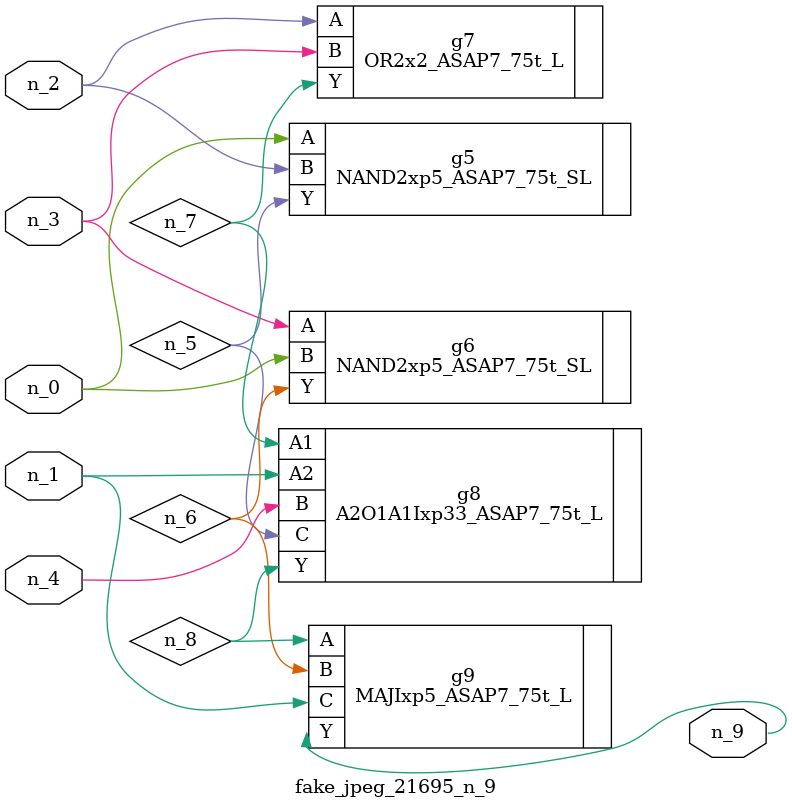
<source format=v>
module fake_jpeg_21695_n_9 (n_3, n_2, n_1, n_0, n_4, n_9);

input n_3;
input n_2;
input n_1;
input n_0;
input n_4;

output n_9;

wire n_8;
wire n_6;
wire n_5;
wire n_7;

NAND2xp5_ASAP7_75t_SL g5 ( 
.A(n_0),
.B(n_2),
.Y(n_5)
);

NAND2xp5_ASAP7_75t_SL g6 ( 
.A(n_3),
.B(n_0),
.Y(n_6)
);

OR2x2_ASAP7_75t_L g7 ( 
.A(n_2),
.B(n_3),
.Y(n_7)
);

A2O1A1Ixp33_ASAP7_75t_L g8 ( 
.A1(n_7),
.A2(n_1),
.B(n_4),
.C(n_5),
.Y(n_8)
);

MAJIxp5_ASAP7_75t_L g9 ( 
.A(n_8),
.B(n_6),
.C(n_1),
.Y(n_9)
);


endmodule
</source>
